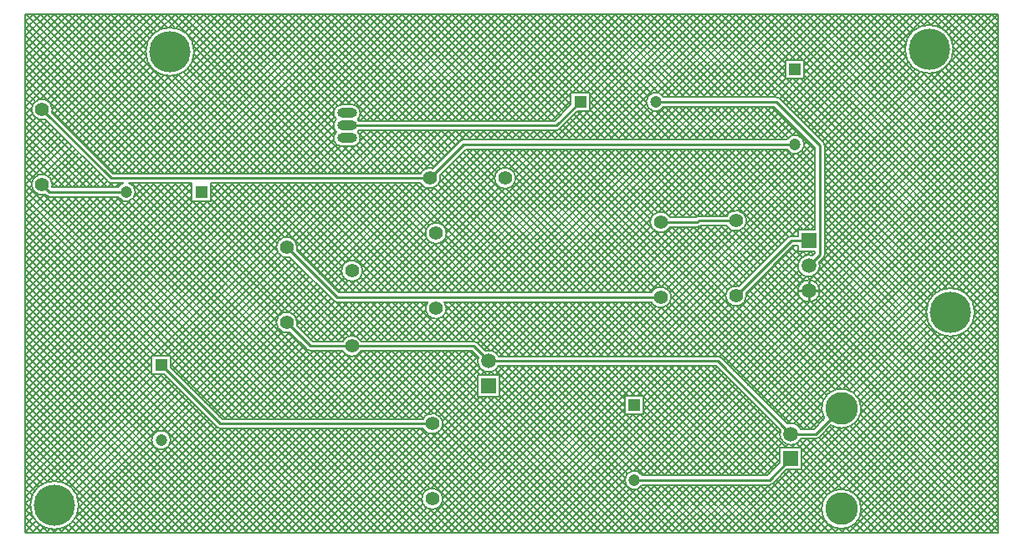
<source format=gbl>
G04*
G04 #@! TF.GenerationSoftware,Altium Limited,Altium Designer,20.0.9 (164)*
G04*
G04 Layer_Physical_Order=2*
G04 Layer_Color=16711680*
%FSLAX25Y25*%
%MOIN*%
G70*
G01*
G75*
%ADD13C,0.01000*%
%ADD28C,0.00800*%
%ADD29C,0.04724*%
%ADD30R,0.04724X0.04724*%
%ADD31C,0.05906*%
%ADD32R,0.05906X0.05906*%
%ADD33R,0.05906X0.05906*%
%ADD34C,0.12992*%
%ADD35O,0.07874X0.03937*%
%ADD36O,0.07874X0.03937*%
%ADD37C,0.05512*%
%ADD38C,0.16500*%
%ADD39R,0.04724X0.04724*%
D13*
X313500Y98500D02*
Y102453D01*
Y98500D02*
X317453D01*
X309547D02*
X313500D01*
Y94547D02*
Y98500D01*
X284500Y96500D02*
X306500Y118500D01*
X313500D01*
X11000Y138000D02*
X41500D01*
X8000Y141000D02*
X11000Y138000D01*
X115000Y76500D02*
X131500D01*
X105500Y86000D02*
X115000Y76500D01*
X131500D02*
X180000D01*
X186000Y70500D01*
X277342D01*
X306421Y41421D01*
X316264D01*
X326500Y51657D01*
X313500Y108500D02*
X318000Y113000D01*
Y156500D01*
X300500Y174000D02*
X318000Y156500D01*
X252500Y174000D02*
X300500D01*
X254500Y126000D02*
X269200D01*
X269700Y126500D01*
X284500D01*
X35500Y143500D02*
X162500D01*
X8000Y171000D02*
X35500Y143500D01*
X162500D02*
X176000Y157000D01*
X308000D01*
X244000Y23000D02*
X297842D01*
X306421Y31579D01*
X129500Y164500D02*
X213000D01*
X222500Y174000D01*
X55500Y69000D02*
X79000Y45500D01*
X163500D01*
X105500Y116000D02*
X125500Y96000D01*
X254500D01*
D28*
X371150Y195000D02*
G03*
X371150Y195000I-9650J0D01*
G01*
X319900Y156500D02*
G03*
X319343Y157843I-1900J0D01*
G01*
X319900Y156500D02*
G03*
X319341Y157846I-1900J0D01*
G01*
X306500Y120400D02*
G03*
X305156Y119843I0J-1900D01*
G01*
X306500Y120400D02*
G03*
X305154Y119841I0J-1900D01*
G01*
X319343Y111656D02*
G03*
X319900Y113000I-1343J1343D01*
G01*
X319341Y111654D02*
G03*
X319900Y113000I-1341J1346D01*
G01*
X314926Y112613D02*
G03*
X317853Y108500I-1426J-4113D01*
G01*
D02*
G03*
X317613Y109926I-4353J0D01*
G01*
X311762Y157000D02*
G03*
X304753Y158900I-3762J0D01*
G01*
Y155100D02*
G03*
X311762Y157000I3247J1900D01*
G01*
X301846Y175341D02*
G03*
X300500Y175900I-1346J-1341D01*
G01*
X301844Y175344D02*
G03*
X300500Y175900I-1343J-1343D01*
G01*
X255747D02*
G03*
X255747Y172100I-3247J-1900D01*
G01*
X288656Y126500D02*
G03*
X280804Y128400I-4156J0D01*
G01*
X269700D02*
G03*
X268415Y127900I0J-1900D01*
G01*
X269700Y128400D02*
G03*
X268415Y127900I0J-1900D01*
G01*
X280804Y124600D02*
G03*
X288656Y126500I3696J1900D01*
G01*
X269200Y124100D02*
G03*
X270484Y124600I0J1900D01*
G01*
X269200Y124100D02*
G03*
X270484Y124600I0J1900D01*
G01*
X258196Y127900D02*
G03*
X258196Y124100I-3696J-1900D01*
G01*
X213000Y162600D02*
G03*
X214346Y163159I0J1900D01*
G01*
X213000Y162600D02*
G03*
X214344Y163156I0J1900D01*
G01*
X196656Y143500D02*
G03*
X196656Y143500I-4156J0D01*
G01*
X317853Y98500D02*
G03*
X317853Y98500I-4353J0D01*
G01*
X379650Y90000D02*
G03*
X379650Y90000I-9650J0D01*
G01*
X322424Y44895D02*
G03*
X334396Y51657I4076J6763D01*
G01*
D02*
G03*
X319737Y47582I-7896J0D01*
G01*
X334396Y11500D02*
G03*
X334396Y11500I-7896J0D01*
G01*
X316264Y39521D02*
G03*
X317610Y40080I0J1900D01*
G01*
X316264Y39521D02*
G03*
X317607Y40078I0J1900D01*
G01*
X310337Y43321D02*
G03*
X304995Y45534I-3916J-1900D01*
G01*
X302309Y42847D02*
G03*
X310337Y39521I4113J-1426D01*
G01*
X288656Y96500D02*
G03*
X288457Y97770I-4156J0D01*
G01*
X285770Y100457D02*
G03*
X288656Y96500I-1270J-3957D01*
G01*
X258656Y96000D02*
G03*
X250804Y97900I-4156J0D01*
G01*
Y94100D02*
G03*
X258656Y96000I3696J1900D01*
G01*
X278689Y71841D02*
G03*
X277342Y72400I-1346J-1341D01*
G01*
X278686Y71843D02*
G03*
X277342Y72400I-1343J-1343D01*
G01*
X181887Y71926D02*
G03*
X189916Y68600I4113J-1426D01*
G01*
Y72400D02*
G03*
X184574Y74613I-3916J-1900D01*
G01*
X297842Y21100D02*
G03*
X299189Y21659I0J1900D01*
G01*
X297842Y21100D02*
G03*
X299186Y21656I0J1900D01*
G01*
X247247Y24900D02*
G03*
X247247Y21100I-3247J-1900D01*
G01*
X133726Y167000D02*
G03*
X134837Y169500I-2258J2500D01*
G01*
D02*
G03*
X131468Y172869I-3368J0D01*
G01*
X134250Y166400D02*
G03*
X133726Y167000I-2781J-1900D01*
G01*
Y162000D02*
G03*
X134250Y162600I-2258J2500D01*
G01*
X176000Y158900D02*
G03*
X174654Y158341I0J-1900D01*
G01*
X176000Y158900D02*
G03*
X174656Y158344I0J-1900D01*
G01*
X166656Y143500D02*
G03*
X166457Y144770I-4156J0D01*
G01*
X163770Y147457D02*
G03*
X158804Y145400I-1270J-3957D01*
G01*
Y141600D02*
G03*
X166656Y143500I3696J1900D01*
G01*
X169156Y121500D02*
G03*
X169156Y121500I-4156J0D01*
G01*
X131468Y156131D02*
G03*
X134837Y159500I0J3368D01*
G01*
D02*
G03*
X133726Y162000I-3368J0D01*
G01*
X135656Y106500D02*
G03*
X135656Y106500I-4156J0D01*
G01*
X68650Y194000D02*
G03*
X68650Y194000I-9650J0D01*
G01*
X12156Y171000D02*
G03*
X9270Y167043I-4156J0D01*
G01*
X127532Y172869D02*
G03*
X125274Y167000I0J-3368D01*
G01*
D02*
G03*
X125274Y162000I2258J-2500D01*
G01*
D02*
G03*
X127532Y156131I2258J-2500D01*
G01*
X34154Y142159D02*
G03*
X35500Y141600I1346J1341D01*
G01*
X40407D02*
G03*
X38253Y139900I1093J-3600D01*
G01*
X34157Y142157D02*
G03*
X35500Y141600I1343J1343D01*
G01*
X109457Y114730D02*
G03*
X109656Y116000I-3957J1270D01*
G01*
D02*
G03*
X106770Y112043I-4156J0D01*
G01*
X45262Y138000D02*
G03*
X42593Y141600I-3762J0D01*
G01*
X38253Y136100D02*
G03*
X45262Y138000I3247J1900D01*
G01*
X11957Y169730D02*
G03*
X12156Y171000I-3957J1270D01*
G01*
X12008Y139900D02*
G03*
X12156Y141000I-4008J1100D01*
G01*
D02*
G03*
X9270Y137043I-4156J0D01*
G01*
X9654Y136659D02*
G03*
X11000Y136100I1346J1341D01*
G01*
X9657Y136656D02*
G03*
X11000Y136100I1343J1343D01*
G01*
X169156Y91500D02*
G03*
X168242Y94100I-4156J0D01*
G01*
X161758D02*
G03*
X169156Y91500I3242J-2600D01*
G01*
X181346Y77841D02*
G03*
X180000Y78400I-1346J-1341D01*
G01*
X181343Y77843D02*
G03*
X180000Y78400I-1343J-1343D01*
G01*
X124154Y94659D02*
G03*
X125500Y94100I1346J1341D01*
G01*
X124156Y94656D02*
G03*
X125500Y94100I1343J1343D01*
G01*
X135196Y78400D02*
G03*
X127804Y78400I-3696J-1900D01*
G01*
X167656Y45500D02*
G03*
X159804Y47400I-4156J0D01*
G01*
Y43600D02*
G03*
X167656Y45500I3696J1900D01*
G01*
Y15500D02*
G03*
X167656Y15500I-4156J0D01*
G01*
X127804Y74600D02*
G03*
X135196Y74600I3696J1900D01*
G01*
X113654Y75159D02*
G03*
X115000Y74600I1346J1341D01*
G01*
X113656Y75156D02*
G03*
X115000Y74600I1343J1343D01*
G01*
X109656Y86000D02*
G03*
X106770Y82043I-4156J0D01*
G01*
X109457Y84730D02*
G03*
X109656Y86000I-3957J1270D01*
G01*
X77654Y44159D02*
G03*
X79000Y43600I1346J1341D01*
G01*
X77657Y44157D02*
G03*
X79000Y43600I1343J1343D01*
G01*
X59262Y39000D02*
G03*
X59262Y39000I-3762J0D01*
G01*
X22650Y13000D02*
G03*
X22650Y13000I-9650J0D01*
G01*
X382000Y209100D02*
X389100D01*
X370410Y198705D02*
X380806Y209100D01*
X371062Y193699D02*
X386463Y209100D01*
X371033Y196499D02*
X383634Y209100D01*
X369408Y200531D02*
X377977Y209100D01*
X368094Y202045D02*
X375149Y209100D01*
X366374D02*
X389100Y186374D01*
X383345Y209100D02*
X389100Y203345D01*
X386174Y209100D02*
X389100Y206173D01*
X377688Y209100D02*
X389100Y197688D01*
X380517Y209100D02*
X389100Y200517D01*
X372031Y209100D02*
X389100Y192031D01*
X374860Y209100D02*
X389100Y194860D01*
X369203Y209100D02*
X389100Y189203D01*
X352232Y209100D02*
X357535Y203798D01*
X349404Y209100D02*
X355752Y202752D01*
X346575Y209100D02*
X354277Y201399D01*
X343747Y209100D02*
X353099Y199748D01*
X340919Y209100D02*
X352254Y197764D01*
X338090Y209100D02*
X351856Y195334D01*
X335262Y209100D02*
X352312Y192050D01*
X364548Y204156D02*
X369492Y209100D01*
X362189Y204625D02*
X366664Y209100D01*
X366484Y203263D02*
X372321Y209100D01*
X360718D02*
X366668Y203149D01*
X357889Y209100D02*
X362379Y204610D01*
X355061Y209100D02*
X359683Y204478D01*
X359076Y204341D02*
X363835Y209100D01*
X369649Y200168D02*
X389100Y180718D01*
X363546Y209100D02*
X389100Y183546D01*
X370977Y193183D02*
X389100Y175061D01*
X371110Y195879D02*
X389100Y177889D01*
X323948Y209100D02*
X389100Y143948D01*
X332433Y209100D02*
X389100Y152433D01*
X319900Y125567D02*
X389100Y194767D01*
X369252Y189252D02*
X389100Y169404D01*
X370298Y191035D02*
X389100Y172232D01*
X366248Y186599D02*
X389100Y163747D01*
X367899Y187777D02*
X389100Y166576D01*
X361834Y185356D02*
X389100Y158090D01*
X364264Y185754D02*
X389100Y160919D01*
X358550Y185812D02*
X389100Y155262D01*
X329605Y209100D02*
X389100Y149605D01*
X321120Y209100D02*
X389100Y141120D01*
X326777Y209100D02*
X389100Y146776D01*
X319900Y128395D02*
X389100Y197595D01*
X319900Y131224D02*
X389100Y200424D01*
X319900Y119910D02*
X389100Y189110D01*
X319900Y145366D02*
X360001Y185467D01*
X319900Y148194D02*
X357795Y186090D01*
X319900Y142537D02*
X362801Y185438D01*
X319900Y151023D02*
X355969Y187092D01*
X319900Y153851D02*
X354455Y188406D01*
X319900Y117081D02*
X389100Y186282D01*
X311556Y190762D02*
X329894Y209100D01*
X308728Y190762D02*
X327066Y209100D01*
X311762Y185311D02*
X335551Y209100D01*
X311762Y188140D02*
X332722Y209100D01*
X305899Y190762D02*
X324237Y209100D01*
X288209Y175900D02*
X321409Y209100D01*
X303233Y173954D02*
X338379Y209100D01*
X304238Y190762D02*
X311762D01*
X292835Y209100D02*
X311173Y190762D01*
X311762Y183238D02*
Y190762D01*
X311173D02*
X311762Y190173D01*
X282552Y175900D02*
X315752Y209100D01*
X279724Y175900D02*
X312924Y209100D01*
X285380Y175900D02*
X318580Y209100D01*
X290007D02*
X308345Y190762D01*
X287178Y209100D02*
X305516Y190762D01*
X276895Y175900D02*
X310095Y209100D01*
X278693D02*
X304238Y183555D01*
X271238Y175900D02*
X304438Y209100D01*
X268410Y175900D02*
X301610Y209100D01*
X274067Y175900D02*
X307267Y209100D01*
X293866Y175900D02*
X304238Y186272D01*
Y183238D02*
Y190762D01*
X291037Y175900D02*
X304238Y189101D01*
X281522Y209100D02*
X304238Y186384D01*
X284350Y209100D02*
X304238Y189212D01*
X267379Y209100D02*
X300581Y175898D01*
X315463Y209100D02*
X389100Y135463D01*
X318291Y209100D02*
X389100Y138291D01*
X309806Y209100D02*
X389100Y129806D01*
X312634Y209100D02*
X389100Y132634D01*
X304149Y209100D02*
X389100Y124149D01*
X306978Y209100D02*
X389100Y126978D01*
X295664Y209100D02*
X389100Y115664D01*
X319900Y136881D02*
X389100Y206081D01*
X319900Y139709D02*
X389100Y208909D01*
X319900Y122738D02*
X389100Y191938D01*
X319900Y134052D02*
X389100Y203252D01*
X311762Y190173D02*
X389100Y112835D01*
X298492Y209100D02*
X389100Y118492D01*
X311762Y187345D02*
X389100Y110007D01*
X311719Y165469D02*
X355350Y209100D01*
X310304Y166883D02*
X352521Y209100D01*
X314547Y162640D02*
X361007Y209100D01*
X313133Y164054D02*
X358178Y209100D01*
X306062Y171125D02*
X344036Y209100D01*
X304647Y172540D02*
X341208Y209100D01*
X301321D02*
X389100Y121321D01*
X318790Y158397D02*
X352344Y191952D01*
X317375Y159812D02*
X351875Y194311D01*
X319892Y156672D02*
X353237Y190016D01*
X308890Y168297D02*
X349693Y209100D01*
X307476Y169711D02*
X346865Y209100D01*
X315961Y161226D02*
X352160Y197424D01*
X319900Y114253D02*
X389100Y183453D01*
X319900Y113000D02*
Y156500D01*
X310742Y154424D02*
X316100Y149066D01*
X311696Y156298D02*
X316100Y151894D01*
Y122853D02*
Y155713D01*
X311529Y122853D02*
X316100Y127424D01*
X309147Y122853D02*
X316100D01*
Y113787D02*
Y114147D01*
X314358Y122853D02*
X316100Y124595D01*
X306228Y120380D02*
X316100Y130252D01*
X308972Y153366D02*
X316100Y146237D01*
X309147Y114147D02*
X316100D01*
X311075Y159168D02*
X311860Y159953D01*
X309520Y160442D02*
X310446Y161367D01*
X311762Y157027D02*
X313274Y158539D01*
X309147Y120400D02*
Y122853D01*
X306823Y160573D02*
X309032Y162782D01*
X314249Y114147D02*
X315355Y113042D01*
X312784Y112793D02*
X314137Y114147D01*
X311420D02*
X312776Y112792D01*
X307287Y116600D02*
X309147D01*
X306500Y120400D02*
X309147D01*
Y114147D02*
Y116600D01*
X314113Y102809D02*
X389100Y177796D01*
X317778Y109303D02*
X389100Y180625D01*
X317398Y100437D02*
X389100Y172139D01*
X316113Y101981D02*
X389100Y174968D01*
X310212Y183238D02*
X389100Y104350D01*
X311762Y184516D02*
X389100Y107178D01*
X307384Y183238D02*
X389100Y101522D01*
X372772Y99243D02*
X389100Y115571D01*
X370345Y99644D02*
X389100Y118399D01*
X374755Y98397D02*
X389100Y112742D01*
X367065Y99193D02*
X389100Y121228D01*
X319900Y150923D02*
X371254Y99568D01*
X319900Y148094D02*
X368467Y99527D01*
X317828Y98039D02*
X389100Y169311D01*
X314926Y112613D02*
X316100Y113787D01*
X319900Y145266D02*
X366267Y98899D01*
X306713Y116026D02*
X310814Y111925D01*
X305299Y114612D02*
X309560Y110351D01*
X317613Y109926D02*
X319341Y111654D01*
X312893Y104190D02*
X314305Y102778D01*
X304238Y183238D02*
X311762D01*
X301819Y175368D02*
X309689Y183238D01*
X301846Y175341D02*
X319341Y157846D01*
X299713Y172100D02*
X316100Y155713D01*
X295894Y172100D02*
X307298Y160696D01*
X299522Y175900D02*
X306860Y183238D01*
X298723Y172100D02*
X316100Y154723D01*
X302322Y158900D02*
X307617Y164196D01*
X304409Y155100D02*
X316100Y143409D01*
X298752Y155100D02*
X316100Y137752D01*
X301580Y155100D02*
X316100Y140580D01*
X295924Y155100D02*
X316100Y134924D01*
X304238Y183555D02*
X304555Y183238D01*
X296694Y175900D02*
X304238Y183444D01*
X293066Y172100D02*
X305424Y159742D01*
X255747Y175900D02*
X300500D01*
X290237Y172100D02*
X303437Y158900D01*
X296665D02*
X304789Y167024D01*
X293836Y158900D02*
X303375Y168438D01*
X299493Y158900D02*
X306203Y165610D01*
X287409Y172100D02*
X300609Y158900D01*
X288179D02*
X300546Y171267D01*
X291008Y158900D02*
X301960Y169853D01*
X290267Y155100D02*
X316100Y129267D01*
X293095Y155100D02*
X316100Y132095D01*
X304555Y183238D02*
X389100Y98693D01*
X288380Y127988D02*
X316100Y155708D01*
X287438Y155100D02*
X316100Y126438D01*
X287212Y129649D02*
X314688Y157125D01*
X284610Y155100D02*
X316100Y123610D01*
X288460Y125240D02*
X316100Y152880D01*
X302470Y111784D02*
X311763Y102491D01*
X301056Y110369D02*
X310148Y101277D01*
X299642Y108955D02*
X309234Y99363D01*
X281781Y155100D02*
X314029Y122853D01*
X278953Y155100D02*
X311200Y122853D01*
X283570Y100550D02*
X316100Y133080D01*
X277478Y128400D02*
X304178Y155100D01*
X274650Y128400D02*
X301350Y155100D01*
X276125D02*
X309147Y122077D01*
X273296Y155100D02*
X307996Y120400D01*
X270468Y155100D02*
X305471Y120097D01*
X267639Y155100D02*
X304026Y118713D01*
X261982Y155100D02*
X301198Y115885D01*
X303885Y113198D02*
X309190Y107893D01*
X288574Y125680D02*
X299783Y114471D01*
X285770Y100457D02*
X305154Y119841D01*
X285311Y130576D02*
X307973Y153238D01*
X280307Y128400D02*
X305832Y153925D01*
X264811Y155100D02*
X302612Y117299D01*
X262753Y175900D02*
X295953Y209100D01*
X261723D02*
X294923Y175900D01*
X265581D02*
X298781Y209100D01*
X264551D02*
X297751Y175900D01*
X257096D02*
X290296Y209100D01*
X255093Y176726D02*
X287468Y209100D01*
X259925Y175900D02*
X293125Y209100D01*
X278924Y172100D02*
X292124Y158900D01*
X258894Y209100D02*
X292094Y175900D01*
X281752Y172100D02*
X294952Y158900D01*
X279694D02*
X292894Y172100D01*
X256066Y209100D02*
X289266Y175900D01*
X253237Y209100D02*
X286437Y175900D01*
X255747Y172100D02*
X299713D01*
X253230Y177691D02*
X284639Y209100D01*
X250409D02*
X283609Y175900D01*
X247580Y209100D02*
X280780Y175900D01*
X244752Y209100D02*
X277952Y175900D01*
X233438Y209100D02*
X266638Y175900D01*
X230610Y209100D02*
X263810Y175900D01*
X241924Y209100D02*
X275124Y175900D01*
X265552Y158900D02*
X278752Y172100D01*
X264781D02*
X277981Y158900D01*
X268380D02*
X281580Y172100D01*
X267610D02*
X280810Y158900D01*
X239095Y209100D02*
X272295Y175900D01*
X236267Y209100D02*
X269467Y175900D01*
X276866Y158900D02*
X290066Y172100D01*
X276095D02*
X289295Y158900D01*
X284580Y172100D02*
X297780Y158900D01*
X282523D02*
X295723Y172100D01*
X231611Y158900D02*
X281811Y209100D01*
X228782Y158900D02*
X278982Y209100D01*
X274037Y158900D02*
X287237Y172100D01*
X271209Y158900D02*
X284409Y172100D01*
X270438D02*
X283638Y158900D01*
X285351D02*
X298551Y172100D01*
X273267D02*
X286467Y158900D01*
X261953Y172100D02*
X275153Y158900D01*
X259895D02*
X273095Y172100D01*
X262723Y158900D02*
X275923Y172100D01*
X256296D02*
X269496Y158900D01*
X254238D02*
X267438Y172100D01*
X259125D02*
X272325Y158900D01*
X257067D02*
X270267Y172100D01*
X242924Y158900D02*
X256124Y172100D01*
X234439Y158900D02*
X248809Y173270D01*
X251410Y158900D02*
X264610Y172100D01*
X252502Y170238D02*
X263839Y158900D01*
X248581D02*
X261781Y172100D01*
X254653Y170915D02*
X266668Y158900D01*
X240096D02*
X251555Y170359D01*
X237268Y158900D02*
X249774Y171407D01*
X245753Y158900D02*
X258953Y172100D01*
X222189Y177762D02*
X253526Y209100D01*
X219360Y177762D02*
X250698Y209100D01*
X219296D02*
X250962Y177434D01*
X216468Y209100D02*
X249415Y176153D01*
X213639Y209100D02*
X248738Y174002D01*
X193856Y166400D02*
X236556Y209100D01*
X191027Y166400D02*
X233727Y209100D01*
X227781D02*
X260981Y175900D01*
X226262Y176179D02*
X259183Y209100D01*
X226262Y170522D02*
X264840Y209100D01*
X226262Y173351D02*
X262012Y209100D01*
X225017Y177762D02*
X256355Y209100D01*
X222125D02*
X253639Y177586D01*
X224953Y209100D02*
X258153Y175900D01*
X193840Y209100D02*
X225178Y177762D01*
X191012Y209100D02*
X222350Y177762D01*
X185371Y166400D02*
X228071Y209100D01*
X188183D02*
X219521Y177762D01*
X185355Y209100D02*
X218738Y175717D01*
X182527Y209100D02*
X218720Y172907D01*
X182542Y166400D02*
X225242Y209100D01*
X225978Y170238D02*
X226262Y170522D01*
X221425Y170238D02*
X226262D01*
Y177762D01*
X218738D02*
X226262D01*
X218738Y177140D02*
X219360Y177762D01*
X218738Y172925D02*
Y177762D01*
X220297Y158900D02*
X270497Y209100D01*
X217469Y158900D02*
X267669Y209100D01*
X225954Y158900D02*
X276154Y209100D01*
X223126Y158900D02*
X273325Y209100D01*
X207982D02*
X258182Y158900D01*
X205154Y209100D02*
X255354Y158900D01*
X210811Y209100D02*
X261011Y158900D01*
X205170Y166400D02*
X247870Y209100D01*
X202341Y166400D02*
X245041Y209100D01*
X202326D02*
X252526Y158900D01*
X226262Y176678D02*
X244040Y158900D01*
X199497Y209100D02*
X249697Y158900D01*
X199513Y166400D02*
X242213Y209100D01*
X196669D02*
X246869Y158900D01*
X212213Y166400D02*
X218738Y172925D01*
X210826Y166400D02*
X218738Y174311D01*
X226262Y173850D02*
X241212Y158900D01*
X226262Y171021D02*
X238383Y158900D01*
X196684Y166400D02*
X239384Y209100D01*
X188199Y166400D02*
X230899Y209100D01*
X207998Y166400D02*
X218738Y177140D01*
X221407Y170220D02*
X232727Y158900D01*
X219993Y168806D02*
X229899Y158900D01*
X224217Y170238D02*
X235555Y158900D01*
X214640D02*
X225978Y170238D01*
X214346Y163159D02*
X221425Y170238D01*
X211812Y158900D02*
X223149Y170238D01*
X271821Y128400D02*
X298521Y155100D01*
X268722Y128129D02*
X295693Y155100D01*
X265665Y127900D02*
X292865Y155100D01*
X262836Y127900D02*
X290036Y155100D01*
X257802Y128523D02*
X284379Y155100D01*
X259154D02*
X283680Y130574D01*
X260008Y127900D02*
X287208Y155100D01*
X256326D02*
X281782Y129644D01*
X256230Y129779D02*
X281551Y155100D01*
X269700Y128400D02*
X280804D01*
X253497Y155100D02*
X280197Y128400D01*
X253701Y130078D02*
X278723Y155100D01*
X250669D02*
X277369Y128400D01*
X247840Y155100D02*
X274540Y128400D01*
X245012Y155100D02*
X271712Y128400D01*
X242183Y155100D02*
X269012Y128271D01*
X239355Y155100D02*
X266555Y127900D01*
X228042Y155100D02*
X253196Y129946D01*
X225213Y155100D02*
X251469Y128844D01*
X236526Y155100D02*
X263726Y127900D01*
X258196D02*
X268415D01*
X233699Y155100D02*
X260898Y127900D01*
X230870Y155100D02*
X256160Y129810D01*
X222385Y155100D02*
X250470Y127015D01*
X278340Y124600D02*
X294127Y108814D01*
X275512Y124600D02*
X292712Y107399D01*
X272683Y124600D02*
X291298Y105985D01*
X270118Y124337D02*
X289884Y104571D01*
X261870Y124100D02*
X285417Y100554D01*
X259042Y124100D02*
X282834Y100308D01*
X287644Y123782D02*
X298369Y113056D01*
X285980Y122617D02*
X296955Y111642D01*
X283224Y122545D02*
X295541Y110228D01*
X267527Y124100D02*
X288470Y103157D01*
X264699Y124100D02*
X287056Y101743D01*
X256933Y99369D02*
X281351Y123788D01*
X257344Y122969D02*
X281238Y99075D01*
X270484Y124600D02*
X280804D01*
X254874Y100139D02*
X279335Y124600D01*
X246978Y97900D02*
X273678Y124600D01*
X244150Y97900D02*
X270850Y124600D01*
X258196Y124100D02*
X269200D01*
X241321Y97900D02*
X267522Y124100D01*
X235665Y97900D02*
X261865Y124100D01*
X230008Y97900D02*
X253984Y121876D01*
X224351Y97900D02*
X250721Y124270D01*
X232836Y97900D02*
X259036Y124100D01*
X215750Y164563D02*
X221413Y158900D01*
X214336Y163149D02*
X218585Y158900D01*
X218579Y167392D02*
X227070Y158900D01*
X217164Y165977D02*
X224242Y158900D01*
X203571Y162600D02*
X207271Y158900D01*
X208983D02*
X212683Y162600D01*
X206399D02*
X210100Y158900D01*
X212056Y162600D02*
X215756Y158900D01*
X209228Y162600D02*
X212928Y158900D01*
X203327D02*
X207027Y162600D01*
X200743D02*
X204443Y158900D01*
X206155D02*
X209855Y162600D01*
X189184Y158900D02*
X192884Y162600D01*
X186600D02*
X190301Y158900D01*
X192013D02*
X195713Y162600D01*
X189429D02*
X193129Y158900D01*
X183772Y162600D02*
X187472Y158900D01*
X183527D02*
X187227Y162600D01*
X186356Y158900D02*
X190056Y162600D01*
X197914D02*
X201614Y158900D01*
X197670D02*
X201370Y162600D01*
X200498Y158900D02*
X204198Y162600D01*
X194841Y158900D02*
X198541Y162600D01*
X192257D02*
X195957Y158900D01*
X195086Y162600D02*
X198786Y158900D01*
X213037Y97900D02*
X270237Y155100D01*
X210209Y97900D02*
X267409Y155100D01*
X218694Y97900D02*
X275894Y155100D01*
X215866Y97900D02*
X273066Y155100D01*
X204552Y97900D02*
X261752Y155100D01*
X201724Y97900D02*
X258924Y155100D01*
X207380Y97900D02*
X264580Y155100D01*
X199757D02*
X254707Y100151D01*
X219556Y155100D02*
X251264Y123392D01*
X196929Y155100D02*
X252427Y99602D01*
X221522Y97900D02*
X250422Y126799D01*
X196067Y97900D02*
X253267Y155100D01*
X194100D02*
X250984Y98216D01*
X193238Y97900D02*
X250438Y155100D01*
X195930Y145847D02*
X205183Y155100D01*
X194434Y147179D02*
X202355Y155100D01*
X191272D02*
X248472Y97900D01*
X196649Y143737D02*
X208012Y155100D01*
X185615D02*
X193103Y147612D01*
X182787Y155100D02*
X190660Y147227D01*
X184753Y97900D02*
X241953Y155100D01*
X196227Y141660D02*
X239987Y97900D01*
X194930Y140129D02*
X237158Y97900D01*
X196612Y144103D02*
X242815Y97900D01*
X192059Y147632D02*
X199527Y155100D01*
X192869Y139360D02*
X234330Y97900D01*
X377756Y95741D02*
X389100Y107085D01*
X376405Y97218D02*
X389100Y109914D01*
X379479Y91808D02*
X389100Y101429D01*
X378801Y93958D02*
X389100Y104257D01*
X319900Y153751D02*
X389100Y84551D01*
X319898Y156581D02*
X389100Y87379D01*
X324278Y59234D02*
X389100Y124056D01*
X378131Y84802D02*
X389100Y95772D01*
X379609Y89109D02*
X389100Y98600D01*
X379527Y88467D02*
X389100Y78894D01*
X379568Y91255D02*
X389100Y81723D01*
X374959Y81722D02*
X389100Y67580D01*
X376574Y82935D02*
X389100Y70409D01*
X373018Y80834D02*
X389100Y64752D01*
X319900Y142437D02*
X364446Y97891D01*
X319900Y139609D02*
X362935Y96574D01*
X319900Y136780D02*
X361722Y94959D01*
X319900Y133952D02*
X360834Y93018D01*
X319900Y131124D02*
X360372Y90652D01*
X319900Y128295D02*
X360674Y87521D01*
X378899Y86267D02*
X389100Y76066D01*
X377891Y84446D02*
X389100Y73237D01*
X331388Y57859D02*
X360757Y87227D01*
X327377Y59505D02*
X360807Y92935D01*
X329614Y58913D02*
X360356Y89655D01*
X319900Y122638D02*
X389100Y53438D01*
X319900Y125467D02*
X389100Y56267D01*
X307774Y45558D02*
X389100Y126884D01*
X319900Y119810D02*
X389100Y50610D01*
X303544Y46985D02*
X389100Y132541D01*
X302130Y48400D02*
X389100Y135370D01*
X304958Y45571D02*
X389100Y129713D01*
X319900Y114153D02*
X389100Y44953D01*
X319900Y116981D02*
X389100Y47781D01*
X323407Y18765D02*
X389100Y84458D01*
X326858Y19388D02*
X389100Y81630D01*
X318042Y110355D02*
X389100Y39296D01*
X319451Y111774D02*
X389100Y42125D01*
X317792Y107776D02*
X389100Y36468D01*
X317778Y99305D02*
X389100Y27982D01*
X316925Y105814D02*
X389100Y33639D01*
Y1900D02*
Y209100D01*
X317491Y96763D02*
X389100Y25154D01*
X316277Y95148D02*
X389100Y22326D01*
X315351Y104560D02*
X389100Y30811D01*
X314363Y94234D02*
X389100Y19497D01*
X334366Y52351D02*
X364259Y82244D01*
X333816Y54629D02*
X362782Y83596D01*
X333984Y49141D02*
X366042Y81199D01*
X303714Y1900D02*
X389100Y87286D01*
X332789Y56432D02*
X361603Y85245D01*
X300885Y1900D02*
X389100Y90115D01*
X287988Y62542D02*
X389100Y163654D01*
X286574Y63956D02*
X389100Y166482D01*
X290816Y59713D02*
X389100Y157997D01*
X289402Y61128D02*
X389100Y160826D01*
X273036Y209100D02*
X389100Y93036D01*
X275865Y209100D02*
X389100Y95865D01*
X270208Y209100D02*
X389100Y90208D01*
X249763Y72400D02*
X316100Y138737D01*
X252591Y72400D02*
X316100Y135909D01*
X288554Y97417D02*
X326417Y59553D01*
X288307Y94834D02*
X323996Y59146D01*
X241277Y72400D02*
X316100Y147223D01*
X238449Y72400D02*
X316100Y150051D01*
X244106Y72400D02*
X316100Y144394D01*
X288611Y97107D02*
X308105Y116600D01*
X288457Y97770D02*
X307287Y116600D01*
X275219Y72400D02*
X309531Y106713D01*
X272390Y72400D02*
X309207Y109216D01*
X246934Y72400D02*
X316100Y141566D01*
X266733Y72400D02*
X309147Y114814D01*
X269562Y72400D02*
X311309Y114147D01*
X283745Y66784D02*
X311563Y94602D01*
X282331Y68199D02*
X310019Y95887D01*
X285159Y65370D02*
X313961Y94172D01*
X279502Y71027D02*
X312697Y104222D01*
X277948Y72301D02*
X310763Y105116D01*
X280917Y69613D02*
X309191Y97887D01*
X297887Y52642D02*
X389100Y143855D01*
X296473Y54056D02*
X389100Y146683D01*
X300716Y49814D02*
X389100Y138198D01*
X299301Y51228D02*
X389100Y141027D01*
X293644Y56885D02*
X389100Y152340D01*
X292230Y58299D02*
X389100Y155169D01*
X295059Y55471D02*
X389100Y149512D01*
X296814Y106127D02*
X389100Y13840D01*
X298228Y107541D02*
X389100Y16669D01*
X298057Y1900D02*
X389100Y92943D01*
X295399Y104712D02*
X389100Y11012D01*
X292571Y101884D02*
X389100Y5355D01*
X293985Y103298D02*
X389100Y8183D01*
X291157Y100470D02*
X389100Y2527D01*
X251892Y122764D02*
X319448Y55209D01*
X216728Y155100D02*
X318735Y53092D01*
X211071Y155100D02*
X319163Y47008D01*
X213899Y155100D02*
X318726Y50273D01*
X208243Y155100D02*
X317749Y45594D01*
X205414Y155100D02*
X316335Y44179D01*
X202586Y155100D02*
X314365Y43321D01*
X289743Y99056D02*
X330128Y58671D01*
X287075Y93238D02*
X322100Y58214D01*
X295228Y1900D02*
X375198Y81869D01*
X285098Y92387D02*
X320590Y56894D01*
X258102Y93927D02*
X306258Y45771D01*
X258651Y96207D02*
X311536Y43321D01*
X367521Y80674D02*
X389100Y59095D01*
X370652Y80372D02*
X389100Y61924D01*
X334306Y12693D02*
X389100Y67487D01*
X333645Y14861D02*
X389100Y70316D01*
X331068Y17941D02*
X389100Y75973D01*
X329214Y18915D02*
X389100Y78801D01*
X332541Y16585D02*
X389100Y73144D01*
X354625Y1900D02*
X389100Y36375D01*
X351797Y1900D02*
X389100Y39203D01*
X388566Y1900D02*
X389100Y2434D01*
X385738Y1900D02*
X389100Y5262D01*
X337655Y1900D02*
X389100Y53345D01*
X334202Y9761D02*
X389100Y64659D01*
X348969Y1900D02*
X389100Y42031D01*
X343312Y1900D02*
X389100Y47688D01*
X340483Y1900D02*
X389100Y50517D01*
X360282Y1900D02*
X389100Y30718D01*
X346140Y1900D02*
X389100Y44860D01*
X334826Y1900D02*
X389100Y56174D01*
X380081Y1900D02*
X389100Y10919D01*
X377253Y1900D02*
X389100Y13747D01*
X382910Y1900D02*
X389100Y8090D01*
X363111Y1900D02*
X389100Y27889D01*
X374424Y1900D02*
X389100Y16576D01*
X333513Y55285D02*
X386898Y1900D01*
X333056Y47257D02*
X378413Y1900D01*
X334396Y51574D02*
X384070Y1900D01*
X333988Y49153D02*
X381242Y1900D01*
X329170D02*
X389100Y61831D01*
X331737Y45748D02*
X375585Y1900D01*
X331998D02*
X389100Y59002D01*
X365939Y1900D02*
X389100Y25061D01*
X357454Y1900D02*
X389100Y33546D01*
X371596Y1900D02*
X389100Y19404D01*
X368767Y1900D02*
X389100Y22232D01*
X327935Y43893D02*
X369928Y1900D01*
X325116Y43884D02*
X367099Y1900D01*
X330051Y44605D02*
X372756Y1900D01*
X333273Y7442D02*
X338815Y1900D01*
X332027Y5860D02*
X335987Y1900D01*
X334381Y11991D02*
X344472Y1900D01*
X334119Y9425D02*
X341644Y1900D01*
X320436Y42906D02*
X361443Y1900D01*
X319022Y41492D02*
X358614Y1900D01*
X321850Y44321D02*
X364271Y1900D01*
X328395Y3835D02*
X330330Y1900D01*
X326341D02*
X328239Y3798D01*
X330415Y4643D02*
X333158Y1900D01*
X323513D02*
X325307Y3695D01*
X320684Y1900D02*
X323139Y4355D01*
X325763Y3638D02*
X327502Y1900D01*
X314022Y43321D02*
X319244Y48543D01*
X311194Y43321D02*
X318653Y50780D01*
X317610Y40080D02*
X322424Y44895D01*
X315477Y43321D02*
X319737Y47582D01*
X310774Y31588D02*
X323528Y44342D01*
X309521Y44477D02*
X318923Y53879D01*
X310774Y28759D02*
X325806Y43792D01*
X310774Y32770D02*
X324425Y19119D01*
X310774Y34416D02*
X315879Y39521D01*
X310337D02*
X316264D01*
X310337Y43321D02*
X315477D01*
X310774Y35598D02*
X326991Y19381D01*
X306632Y35932D02*
X308110Y37410D01*
X309461Y35932D02*
X313051Y39521D01*
X308675Y37697D02*
X310440Y35932D01*
X278689Y71841D02*
X304995Y45534D01*
X272115Y68600D02*
X304784Y35932D01*
X310440D02*
X310774Y35598D01*
X306475Y37069D02*
X307612Y35932D01*
X310774Y27226D02*
Y35932D01*
X302068D02*
X310774D01*
X303804D02*
X305135Y37263D01*
X304755Y27226D02*
X310774D01*
X312508Y39521D02*
X350129Y1900D01*
X310102Y39098D02*
X347301Y1900D01*
X317608Y40078D02*
X355786Y1900D01*
X315336Y39521D02*
X352957Y1900D01*
X289571D02*
X368192Y80521D01*
X286743Y1900D02*
X329016Y44173D01*
X292400Y1900D02*
X370891Y80391D01*
X310774Y29941D02*
X322442Y18273D01*
X310661Y27226D02*
X320860Y17027D01*
X317856Y1900D02*
X321415Y5459D01*
X315027Y1900D02*
X320059Y6932D01*
X302051Y24522D02*
X324673Y1900D01*
X307832Y27226D02*
X319643Y15415D01*
X300637Y23108D02*
X321845Y1900D01*
X305004Y27226D02*
X318835Y13395D01*
X303466Y25936D02*
X318638Y10763D01*
X299223Y21693D02*
X319016Y1900D01*
X296988Y21100D02*
X316188Y1900D01*
X283915D02*
X309241Y27226D01*
X281086Y1900D02*
X306412Y27226D01*
X288503Y21100D02*
X307702Y1900D01*
X306542D02*
X319235Y14593D01*
X309370Y1900D02*
X318612Y11142D01*
X312199Y1900D02*
X319085Y8786D01*
X291331Y21100D02*
X310531Y1900D01*
X285674Y21100D02*
X304874Y1900D01*
X294159Y21100D02*
X313359Y1900D01*
X258228Y97836D02*
X283012Y122620D01*
X258611Y95390D02*
X285760Y122540D01*
X255515Y121970D02*
X280387Y97097D01*
X249807Y97900D02*
X276507Y124600D01*
X255419Y72400D02*
X280450Y97430D01*
X258248Y72400D02*
X280689Y94841D01*
X256716Y92484D02*
X276800Y72400D01*
X263905D02*
X283893Y92389D01*
X261076Y72400D02*
X281919Y93243D01*
X249444Y94100D02*
X271144Y72400D01*
X246615Y94100D02*
X268315Y72400D01*
X254528Y91844D02*
X273972Y72400D01*
X238493Y97900D02*
X264693Y124100D01*
X243787Y94100D02*
X265487Y72400D01*
X232473Y94100D02*
X254173Y72400D01*
X227179Y97900D02*
X251977Y122698D01*
X221478Y72400D02*
X243178Y94100D01*
X229645D02*
X251345Y72400D01*
X229964D02*
X251131Y93567D01*
X232792Y72400D02*
X252664Y92272D01*
X226816Y94100D02*
X248516Y72400D01*
X223988Y94100D02*
X245688Y72400D01*
X227135D02*
X248835Y94100D01*
X252316Y68600D02*
X296016Y24900D01*
X249488Y68600D02*
X293188Y24900D01*
X246659Y68600D02*
X290359Y24900D01*
X241002Y68600D02*
X284702Y24900D01*
X238174Y68600D02*
X281874Y24900D01*
X243831Y68600D02*
X287531Y24900D01*
X276555Y68600D02*
X302309Y42847D01*
X269287Y68600D02*
X302068Y35818D01*
X263630Y68600D02*
X302068Y30161D01*
X266458Y68600D02*
X302068Y32990D01*
X260802Y68600D02*
X300779Y28623D01*
X257973Y68600D02*
X299364Y27209D01*
X255145Y68600D02*
X297950Y25795D01*
X240958Y94100D02*
X262658Y72400D01*
X238130Y94100D02*
X259830Y72400D01*
X247762Y50600D02*
X265762Y68600D01*
X235301Y94100D02*
X257001Y72400D01*
X224307D02*
X246007Y94100D01*
X235620Y72400D02*
X255110Y91889D01*
X247762Y56257D02*
X260105Y68600D01*
X245439Y56762D02*
X257276Y68600D01*
X247762Y53429D02*
X262933Y68600D01*
X232517D02*
X244355Y56762D01*
X229689Y68600D02*
X241527Y56762D01*
X235346Y68600D02*
X247183Y56762D01*
X198895Y97900D02*
X256095Y155100D01*
X190410Y97900D02*
X247610Y155100D01*
X221159Y94100D02*
X242859Y72400D01*
X218650D02*
X240350Y94100D01*
X187581Y97900D02*
X244781Y155100D01*
X181924Y97900D02*
X239124Y155100D01*
X188444D02*
X245644Y97900D01*
X215503Y94100D02*
X237203Y72400D01*
X212993D02*
X234693Y94100D01*
X218331D02*
X240031Y72400D01*
X215822D02*
X237522Y94100D01*
X210165Y72400D02*
X231865Y94100D01*
X209846D02*
X231546Y72400D01*
X212674Y94100D02*
X234374Y72400D01*
X196022D02*
X217723Y94100D01*
X188891Y73754D02*
X209237Y94100D01*
X198851Y72400D02*
X220551Y94100D01*
X198532D02*
X220232Y72400D01*
X184334Y74853D02*
X203580Y94100D01*
X182920Y76267D02*
X200752Y94100D01*
X187036Y74728D02*
X206409Y94100D01*
X207017D02*
X228717Y72400D01*
X204508D02*
X226208Y94100D01*
X207336Y72400D02*
X229036Y94100D01*
X201679Y72400D02*
X223379Y94100D01*
X201360D02*
X223060Y72400D01*
X204189Y94100D02*
X225889Y72400D01*
X207547Y1900D02*
X274247Y68600D01*
X218375D02*
X262075Y24900D01*
X204718Y1900D02*
X271418Y68600D01*
X201890Y1900D02*
X268590Y68600D01*
X189916Y72400D02*
X277342D01*
X189916Y68600D02*
X276555D01*
X192919D02*
X259619Y1900D01*
X204233Y68600D02*
X247933Y24900D01*
X201405Y68600D02*
X243307Y26698D01*
X215547Y68600D02*
X259247Y24900D01*
X212718Y68600D02*
X256418Y24900D01*
X190091Y68600D02*
X256791Y1900D01*
X198576Y68600D02*
X241429Y25747D01*
X182091Y1900D02*
X248791Y68600D01*
X192875Y94100D02*
X214575Y72400D01*
X190366D02*
X212066Y94100D01*
X195703D02*
X217404Y72400D01*
X193194D02*
X214894Y94100D01*
X187218D02*
X208918Y72400D01*
X184390Y94100D02*
X206090Y72400D01*
X190047Y94100D02*
X211747Y72400D01*
X190353Y61073D02*
X197879Y68600D01*
X190353Y63902D02*
X195051Y68600D01*
X190353Y58245D02*
X200708Y68600D01*
X188475Y64853D02*
X192222Y68600D01*
X281459Y24900D02*
X300857Y44298D01*
X278630Y24900D02*
X299443Y45713D01*
X287116Y24900D02*
X302284Y40068D01*
X284287Y24900D02*
X302271Y42884D01*
X274944Y68600D02*
X302069Y41475D01*
X275802Y24900D02*
X298029Y47127D01*
X272973Y24900D02*
X296614Y48541D01*
X297055Y24900D02*
X302068Y29913D01*
Y35932D01*
X299189Y21659D02*
X304755Y27226D01*
X295601Y24900D02*
X302068Y31368D01*
X289944Y24900D02*
X303365Y38321D01*
X247247Y24900D02*
X297055D01*
X292772D02*
X302068Y34196D01*
X253174Y24900D02*
X286715Y58441D01*
X250346Y24900D02*
X285301Y59855D01*
X258831Y24900D02*
X289543Y55612D01*
X256003Y24900D02*
X288129Y57026D01*
X247762Y56183D02*
X279046Y24900D01*
X247762Y49238D02*
Y56762D01*
X247517Y24900D02*
X283887Y61269D01*
X267317Y24900D02*
X293786Y51369D01*
X264488Y24900D02*
X292372Y52784D01*
X270145Y24900D02*
X295200Y49955D01*
X247762Y53355D02*
X276217Y24900D01*
X247762Y50526D02*
X273389Y24900D01*
X261660D02*
X290957Y54198D01*
X282846Y21100D02*
X302046Y1900D01*
X280017Y21100D02*
X299217Y1900D01*
X247247Y21100D02*
X297842D01*
X277189D02*
X296389Y1900D01*
X278258D02*
X297458Y21100D01*
X272601Y1900D02*
X291801Y21100D01*
X271532D02*
X290732Y1900D01*
X275429D02*
X294629Y21100D01*
X274360D02*
X293560Y1900D01*
X268704Y21100D02*
X287903Y1900D01*
X266944D02*
X286144Y21100D01*
X269772Y1900D02*
X288972Y21100D01*
X254561D02*
X273761Y1900D01*
X252802D02*
X272002Y21100D01*
X257390D02*
X276590Y1900D01*
X255630D02*
X274830Y21100D01*
X249973Y1900D02*
X269173Y21100D01*
X248904D02*
X268105Y1900D01*
X251733Y21100D02*
X270933Y1900D01*
X264116D02*
X283316Y21100D01*
X263047D02*
X282247Y1900D01*
X265875Y21100D02*
X285075Y1900D01*
X260218Y21100D02*
X279418Y1900D01*
X258459D02*
X277659Y21100D01*
X261287Y1900D02*
X280487Y21100D01*
X242610Y56762D02*
X254448Y68600D01*
X247183Y56762D02*
X247762Y56183D01*
X245985Y26196D02*
X282472Y62683D01*
X243712Y26751D02*
X281058Y64097D01*
X209890Y68600D02*
X253590Y24900D01*
X240238Y56762D02*
X247762D01*
X207061Y68600D02*
X250761Y24900D01*
X240566Y49238D02*
X264903Y24900D01*
X240238Y49566D02*
X240566Y49238D01*
X246222D02*
X270560Y24900D01*
X243394Y49238D02*
X267732Y24900D01*
X240238Y49238D02*
X247762D01*
X235831Y1900D02*
X255031Y21100D01*
X224032Y68600D02*
X240238Y52394D01*
X226860Y68600D02*
X240238Y55222D01*
X195748Y68600D02*
X240368Y23980D01*
X221203Y68600D02*
X240238Y49566D01*
X185647Y64853D02*
X187076Y66282D01*
X182818Y64853D02*
X184413Y66447D01*
X186811Y66223D02*
X188181Y64853D01*
X240238Y49238D02*
Y56762D01*
X190353Y56147D02*
Y64853D01*
X185573Y56147D02*
X239820Y1900D01*
X181647Y56147D02*
X190353D01*
X181647Y64853D02*
X190353D01*
X181647Y56147D02*
Y64853D01*
X213204Y1900D02*
X278230Y66926D01*
X210375Y1900D02*
X276815Y68340D01*
X216032Y1900D02*
X279644Y65512D01*
X244317Y1900D02*
X263517Y21100D01*
X188742Y67120D02*
X253962Y1900D01*
X184920D02*
X251620Y68600D01*
X190353Y62681D02*
X251134Y1900D01*
X244980Y19368D02*
X262448Y1900D01*
X241488D02*
X260688Y21100D01*
X247145Y1900D02*
X266345Y21100D01*
X246747Y20429D02*
X265276Y1900D01*
X233003D02*
X252203Y21100D01*
X230174Y1900D02*
X249374Y21100D01*
X238660Y1900D02*
X257860Y21100D01*
X190353Y59853D02*
X248306Y1900D01*
X190353Y57024D02*
X245477Y1900D01*
X196233D02*
X243571Y49238D01*
X190576Y1900D02*
X240238Y51561D01*
X187748Y1900D02*
X240238Y54390D01*
X182745Y56147D02*
X236992Y1900D01*
X188401Y56147D02*
X242649Y1900D01*
X224517D02*
X242274Y19657D01*
X221689Y1900D02*
X240804Y21015D01*
X227346Y1900D02*
X244762Y19316D01*
X199062Y1900D02*
X246399Y49238D01*
X193405Y1900D02*
X240743Y49238D01*
X218861Y1900D02*
X240249Y23288D01*
X171213Y209100D02*
X213063Y167250D01*
X168400Y166400D02*
X211100Y209100D01*
X168385D02*
X211085Y166400D01*
X165572D02*
X208272Y209100D01*
X165556D02*
X208256Y166400D01*
X162743D02*
X205443Y209100D01*
X165572Y166400D02*
X208272Y209100D01*
X179699D02*
X217306Y171493D01*
X176870Y209100D02*
X215892Y170079D01*
X179714Y166400D02*
X222414Y209100D01*
X176885Y166400D02*
X219585Y209100D01*
X174057Y166400D02*
X216757Y209100D01*
X174042D02*
X214477Y168664D01*
X171228Y166400D02*
X213928Y209100D01*
X148601Y166400D02*
X191301Y209100D01*
X145773Y166400D02*
X188473Y209100D01*
X151429Y166400D02*
X194129Y209100D01*
X151414D02*
X194114Y166400D01*
X142929Y209100D02*
X185629Y166400D01*
X140116D02*
X182816Y209100D01*
X142944Y166400D02*
X185644Y209100D01*
X159899D02*
X202600Y166400D01*
X157086D02*
X199786Y209100D01*
X162728D02*
X205428Y166400D01*
X159915D02*
X202615Y209100D01*
X154258Y166400D02*
X196958Y209100D01*
X154243D02*
X196943Y166400D01*
X157071Y209100D02*
X199771Y166400D01*
X178115Y162600D02*
X181815Y158900D01*
X177871D02*
X181571Y162600D01*
X180944D02*
X184644Y158900D01*
X180699D02*
X184399Y162600D01*
X145757Y209100D02*
X188457Y166400D01*
X140101Y209100D02*
X182800Y166400D01*
X148586Y209100D02*
X191286Y166400D01*
X175287Y162600D02*
X178987Y158900D01*
X172458Y162600D02*
X176158Y158900D01*
X169630Y162600D02*
X174272Y157958D01*
X166802Y162600D02*
X172857Y156544D01*
X163639Y147497D02*
X178742Y162600D01*
X160400Y147086D02*
X175914Y162600D01*
X155885Y145400D02*
X173085Y162600D01*
X152659D02*
X165786Y149473D01*
X149831Y162600D02*
X164372Y148059D01*
X147400Y145400D02*
X164600Y162600D01*
X144174D02*
X159974Y146800D01*
X141346Y162600D02*
X158546Y145400D01*
X138915D02*
X156115Y162600D01*
X141743Y145400D02*
X158943Y162600D01*
X163973D02*
X171443Y155130D01*
X161145Y162600D02*
X170029Y153716D01*
X158316Y162600D02*
X168615Y152302D01*
X153057Y145400D02*
X170257Y162600D01*
X155488D02*
X167200Y150887D01*
X150228Y145400D02*
X167428Y162600D01*
X137287Y166400D02*
X179987Y209100D01*
X134835Y169605D02*
X174330Y209100D01*
X137272D02*
X179972Y166400D01*
X134459D02*
X177159Y209100D01*
X1400D02*
X382000D01*
X131615D02*
X174315Y166400D01*
X134444Y209100D02*
X177144Y166400D01*
X132330Y172757D02*
X168674Y209100D01*
X129614Y172869D02*
X165845Y209100D01*
X134250Y166400D02*
X212213D01*
X134057Y171655D02*
X171502Y209100D01*
X125958D02*
X168658Y166400D01*
X123130Y209100D02*
X165830Y166400D01*
X128787Y209100D02*
X171487Y166400D01*
X126674Y172758D02*
X163017Y209100D01*
X120301D02*
X163002Y166400D01*
X117473Y209100D02*
X160173Y166400D01*
X106159Y209100D02*
X148859Y166400D01*
X97674Y209100D02*
X140374Y166400D01*
X94846Y209100D02*
X131077Y172869D01*
X103331Y209100D02*
X146031Y166400D01*
X133924Y167194D02*
X134717Y166400D01*
X134817Y169129D02*
X137546Y166400D01*
X127532Y172869D02*
X131468D01*
X114645Y209100D02*
X157345Y166400D01*
X111816Y209100D02*
X154516Y166400D01*
X96488Y145400D02*
X160188Y209100D01*
X93660Y145400D02*
X157360Y209100D01*
X88003Y145400D02*
X151703Y209100D01*
X85175Y145400D02*
X148874Y209100D01*
X90831Y145400D02*
X154531Y209100D01*
X134250Y162600D02*
X213000D01*
X138517D02*
X155717Y145400D01*
X136086D02*
X153286Y162600D01*
X130429Y145400D02*
X147629Y162600D01*
X108988Y209100D02*
X151688Y166400D01*
X127601Y145400D02*
X144801Y162600D01*
X82346Y145400D02*
X146046Y209100D01*
X100503D02*
X143202Y166400D01*
X76689Y145400D02*
X140389Y209100D01*
X73861Y145400D02*
X137561Y209100D01*
X72218D02*
X135918Y145400D01*
X68204D02*
X131904Y209100D01*
X66561D02*
X130261Y145400D01*
X71032D02*
X134732Y209100D01*
X134558Y160842D02*
X136316Y162600D01*
X134419Y157875D02*
X139144Y162600D01*
X79518Y145400D02*
X143218Y209100D01*
X69390D02*
X133090Y145400D01*
X124773D02*
X141973Y162600D01*
X176000Y158900D02*
X304753D01*
X176787Y155100D02*
X304753D01*
X179958D02*
X189128Y145930D01*
X166830Y125232D02*
X196698Y155100D01*
X164379Y125609D02*
X193870Y155100D01*
X170611Y97900D02*
X227811Y155100D01*
X168365Y123939D02*
X188368Y143941D01*
X177130Y155100D02*
X188361Y143869D01*
X169887Y148200D02*
X220188Y97900D01*
X169138Y121883D02*
X188821Y141566D01*
X166483Y144685D02*
X176899Y155100D01*
X166457Y144770D02*
X176787Y155100D01*
X166162Y141534D02*
X179727Y155100D01*
X163770Y147457D02*
X174654Y158341D01*
X147002Y162600D02*
X161979Y147623D01*
X144572Y145400D02*
X161772Y162600D01*
X144572Y145400D02*
X161772Y162600D01*
X148204Y141600D02*
X164221Y125582D01*
X145375Y141600D02*
X162309Y124667D01*
X142547Y141600D02*
X161130Y123016D01*
X139718Y141600D02*
X161022Y120296D01*
X173439Y97900D02*
X230639Y155100D01*
X167782Y97900D02*
X224982Y155100D01*
X179096Y97900D02*
X236296Y155100D01*
X176268Y97900D02*
X233468Y155100D01*
X159297Y97900D02*
X216497Y155100D01*
X156469Y97900D02*
X213669Y155100D01*
X164954Y97900D02*
X222154Y155100D01*
X172716Y151029D02*
X225845Y97900D01*
X171302Y149615D02*
X223016Y97900D01*
X175544Y153857D02*
X231502Y97900D01*
X174130Y152443D02*
X228673Y97900D01*
X162126D02*
X219325Y155100D01*
X167059Y145372D02*
X214531Y97900D01*
X168473Y146786D02*
X217359Y97900D01*
X164226Y139719D02*
X206046Y97900D01*
X161694Y139423D02*
X203217Y97900D01*
X166623Y142979D02*
X211702Y97900D01*
X165800Y140974D02*
X208874Y97900D01*
X153860Y141600D02*
X197560Y97900D01*
X147983D02*
X190153Y140070D01*
X156689Y141600D02*
X200389Y97900D01*
X168167Y118808D02*
X189075Y97900D01*
X166516Y117631D02*
X186247Y97900D01*
X169082Y120721D02*
X191903Y97900D01*
X142326D02*
X162561Y118135D01*
X139498Y97900D02*
X161268Y119670D01*
X145155Y97900D02*
X164617Y117362D01*
X135689Y162600D02*
X152889Y145400D01*
X134532Y158100D02*
X147232Y145400D01*
X135398Y107942D02*
X182556Y155100D01*
X134508Y160953D02*
X150060Y145400D01*
X133196Y156608D02*
X144404Y145400D01*
X130843Y156131D02*
X141575Y145400D01*
X133258D02*
X150458Y162600D01*
X132364Y110565D02*
X161316Y139516D01*
X114508Y109679D02*
X146428Y141600D01*
X134247Y109619D02*
X164466Y139839D01*
X115922Y108265D02*
X149257Y141600D01*
X75262D02*
X158804D01*
X36287Y145400D02*
X158804D01*
X113093Y111093D02*
X143600Y141600D01*
X128015Y156131D02*
X138747Y145400D01*
X127532Y156131D02*
X131468D01*
X121944Y145400D02*
X133094Y156549D01*
X119116Y145400D02*
X129847Y156131D01*
X110265Y113922D02*
X137943Y141600D01*
X111679Y112508D02*
X140772Y141600D01*
X109654Y116139D02*
X135115Y141600D01*
X111679Y112508D02*
X140772Y141600D01*
X108971Y118285D02*
X132286Y141600D01*
X107501Y119643D02*
X129458Y141600D01*
X100120D02*
X131085Y110635D01*
X135429Y105144D02*
X185384Y155100D01*
X136890Y141600D02*
X180590Y97900D01*
X133841D02*
X191041Y155100D01*
X134061Y141600D02*
X177761Y97900D01*
X131013D02*
X188213Y155100D01*
X128404Y141600D02*
X172105Y97900D01*
X131233Y141600D02*
X174933Y97900D01*
X121579Y102608D02*
X159547Y140576D01*
X120165Y104022D02*
X157742Y141600D01*
X122748D02*
X166448Y97900D01*
X136670D02*
X160891Y122121D01*
X114262Y141600D02*
X157962Y97900D01*
X111434Y141600D02*
X155134Y97900D01*
X119919Y141600D02*
X163619Y97900D01*
X118750Y105437D02*
X154914Y141600D01*
X117336Y106851D02*
X152085Y141600D01*
X108605D02*
X152305Y97900D01*
X105777Y141600D02*
X149477Y97900D01*
X88806Y141600D02*
X132506Y97900D01*
X85978Y141600D02*
X129678Y97900D01*
X102949Y141600D02*
X146649Y97900D01*
X134851Y104041D02*
X140992Y97900D01*
X133306Y102757D02*
X138163Y97900D01*
X135635Y106085D02*
X143820Y97900D01*
X125821Y98366D02*
X130058Y102602D01*
X130838Y102397D02*
X135335Y97900D01*
X68336Y196443D02*
X80992Y209100D01*
X67546Y198482D02*
X78164Y209100D01*
X67956Y190407D02*
X86649Y209100D01*
X68650Y193929D02*
X83821Y209100D01*
X66413Y200178D02*
X75335Y209100D01*
X64980Y201573D02*
X72507Y209100D01*
X31032Y150655D02*
X89477Y209100D01*
X92017D02*
X128249Y172869D01*
X89189Y209100D02*
X125863Y172426D01*
X86360Y209100D02*
X124497Y170963D01*
X83532Y209100D02*
X124418Y168214D01*
X77875Y209100D02*
X125122Y161854D01*
X80704Y209100D02*
X124312Y165491D01*
X75047Y209100D02*
X124194Y159953D01*
X58562Y203640D02*
X64022Y209100D01*
X55248D02*
X60883Y203465D01*
X63245Y202666D02*
X69678Y209100D01*
X61156Y203406D02*
X66850Y209100D01*
X52419D02*
X57929Y203590D01*
X49591Y209100D02*
X55643Y203047D01*
X54764Y202670D02*
X61193Y209100D01*
X46762D02*
X53759Y202103D01*
X43934Y209100D02*
X52193Y200840D01*
X41105Y209100D02*
X50924Y199282D01*
X38277Y209100D02*
X49971Y197406D01*
X35449Y209100D02*
X49417Y195132D01*
X32620Y209100D02*
X49519Y192201D01*
X62547Y145400D02*
X126247Y209100D01*
X60905D02*
X124604Y145400D01*
X65376D02*
X129076Y209100D01*
X63733D02*
X127433Y145400D01*
X58076Y209100D02*
X121776Y145400D01*
X56890D02*
X120590Y209100D01*
X59719Y145400D02*
X123419Y209100D01*
X68047Y190643D02*
X113291Y145400D01*
X67103Y188759D02*
X110462Y145400D01*
X68464Y195883D02*
X118948Y145400D01*
X68590Y192929D02*
X116119Y145400D01*
X51233D02*
X114933Y209100D01*
X48405Y145400D02*
X112105Y209100D01*
X54062Y145400D02*
X117762Y209100D01*
X39920Y145400D02*
X103620Y209100D01*
X37091Y145400D02*
X100791Y209100D01*
X45577Y145400D02*
X109276Y209100D01*
X42748Y145400D02*
X106448Y209100D01*
X35275Y146412D02*
X97963Y209100D01*
X33861Y147826D02*
X95134Y209100D01*
X29792D02*
X93492Y145400D01*
X64282Y185924D02*
X104805Y145400D01*
X62406Y184971D02*
X101977Y145400D01*
X65841Y187193D02*
X107634Y145400D01*
X57201Y184519D02*
X96320Y145400D01*
X32447Y149241D02*
X92306Y209100D01*
X60132Y184417D02*
X99149Y145400D01*
X12648Y169039D02*
X52708Y209100D01*
X12140Y171361D02*
X49880Y209100D01*
X15476Y166211D02*
X58365Y209100D01*
X14062Y167625D02*
X55536Y209100D01*
X9846Y174723D02*
X44223Y209100D01*
X1400Y174763D02*
X35737Y209100D01*
X11376Y173424D02*
X47051Y209100D01*
X7408Y175113D02*
X41394Y209100D01*
X1400Y177591D02*
X32909Y209100D01*
X16890Y164797D02*
X50330Y198236D01*
X18304Y163383D02*
X49360Y194438D01*
X1400Y180420D02*
X30081Y209100D01*
X1400Y183248D02*
X27252Y209100D01*
X1400Y171934D02*
X38566Y209100D01*
X1400Y191733D02*
X18767Y209100D01*
X1400Y205875D02*
X4625Y209100D01*
X1400Y186076D02*
X24424Y209100D01*
X1400Y188905D02*
X21595Y209100D01*
X1400Y197390D02*
X13110Y209100D01*
X1400Y200219D02*
X10282Y209100D01*
X1400Y194562D02*
X15938Y209100D01*
X1400Y178095D02*
X5319Y174176D01*
X1400Y175266D02*
X4136Y172530D01*
X1400Y203047D02*
X7453Y209100D01*
X1400Y208704D02*
X1796Y209100D01*
X1400Y180923D02*
X7238Y175085D01*
X21306Y209100D02*
X85006Y145400D01*
X18478Y209100D02*
X82178Y145400D01*
X26963Y209100D02*
X90663Y145400D01*
X24135Y209100D02*
X87835Y145400D01*
X12821Y209100D02*
X76521Y145400D01*
X9993Y209100D02*
X73693Y145400D01*
X15650Y209100D02*
X79350Y145400D01*
X29618Y152069D02*
X62593Y185044D01*
X28204Y153483D02*
X59071Y184350D01*
X7164Y209100D02*
X70864Y145400D01*
X4336Y209100D02*
X68036Y145400D01*
X1400Y206379D02*
X62379Y145400D01*
X1400Y203551D02*
X59551Y145400D01*
X1507Y209100D02*
X65207Y145400D01*
X21133Y160554D02*
X50334Y189755D01*
X19718Y161969D02*
X49594Y191844D01*
X1400Y200722D02*
X56722Y145400D01*
X1400Y197894D02*
X53894Y145400D01*
X1400Y192237D02*
X48237Y145400D01*
X1400Y189408D02*
X45408Y145400D01*
X1400Y195065D02*
X51065Y145400D01*
X25375Y156312D02*
X54518Y185454D01*
X23961Y157726D02*
X52822Y186587D01*
X26790Y154897D02*
X56557Y184664D01*
X22547Y159140D02*
X51427Y188020D01*
X1400Y183752D02*
X39752Y145400D01*
X1400Y186580D02*
X42580Y145400D01*
X107802D02*
X124856Y162454D01*
X102145Y145400D02*
X124595Y167850D01*
X99317Y145400D02*
X124274Y170357D01*
X104974Y145400D02*
X124164Y164591D01*
X116287Y145400D02*
X127053Y156166D01*
X113459Y145400D02*
X125163Y157105D01*
X110630Y145400D02*
X124204Y158974D01*
X75262Y141145D02*
X75718Y141600D01*
X42593D02*
X67738D01*
X43901Y140896D02*
X44605Y141600D01*
X66179D02*
X67738Y140041D01*
X28763Y139900D02*
X32588Y143725D01*
X25934Y139900D02*
X31174Y145139D01*
X23106Y139900D02*
X29759Y146554D01*
X17449Y139900D02*
X26931Y149382D01*
X14621Y139900D02*
X25517Y150796D01*
X20278Y139900D02*
X28345Y147968D01*
X37895Y141600D02*
X38837Y140658D01*
X37248Y139900D02*
X38948Y141600D01*
X35500D02*
X40407D01*
X34999Y141667D02*
X36766Y139900D01*
X97292Y141600D02*
X129041Y109851D01*
X105172Y120143D02*
X126629Y141600D01*
X94463D02*
X127757Y108306D01*
X91635Y141600D02*
X127397Y105838D01*
X83150Y141600D02*
X104676Y120073D01*
X80321Y141600D02*
X102779Y119142D01*
X77493Y141600D02*
X101616Y117477D01*
X122993Y101194D02*
X127435Y105636D01*
X124407Y99780D02*
X128381Y103753D01*
X109573Y115176D02*
X126850Y97900D01*
X75262Y141002D02*
X101547Y114717D01*
X109457Y114730D02*
X126287Y97900D01*
X75262Y135488D02*
X81375Y141600D01*
X75262Y138316D02*
X78546Y141600D01*
X75262Y134238D02*
Y141600D01*
X67738Y134238D02*
Y141600D01*
X63351D02*
X67738Y137213D01*
X31591Y139900D02*
X34002Y142311D01*
X60522Y141600D02*
X67738Y134384D01*
X44726Y136064D02*
X50262Y141600D01*
X45057Y139224D02*
X47433Y141600D01*
X67738Y134238D02*
X75262D01*
X34420Y139900D02*
X36120Y141600D01*
X12085Y170238D02*
X36923Y145400D01*
X11957Y169730D02*
X36287Y145400D01*
X9270Y167043D02*
X34154Y142159D01*
X6824Y167014D02*
X33938Y139900D01*
X1400Y146478D02*
X15617Y160696D01*
X1400Y149307D02*
X14203Y162110D01*
X1400Y166781D02*
X28281Y139900D01*
X11783Y142720D02*
X22688Y153625D01*
X10531Y144296D02*
X21274Y155039D01*
X12008Y139900D02*
X38253D01*
X12075Y140182D02*
X24103Y152210D01*
X8529Y145122D02*
X19860Y156453D01*
X1400Y143650D02*
X17031Y159282D01*
X1400Y140822D02*
X18446Y157867D01*
X1400Y172438D02*
X4014Y169824D01*
X1400Y166277D02*
X4277Y169154D01*
X1400Y169106D02*
X3887Y171592D01*
X1400Y160620D02*
X7639Y166860D01*
X1400Y163449D02*
X5576Y167624D01*
X1400Y157792D02*
X9961Y166352D01*
X1400Y149810D02*
X6382Y144828D01*
X1400Y146982D02*
X4769Y143613D01*
X1400Y144153D02*
X3896Y141657D01*
X1400Y152135D02*
X12789Y163524D01*
X1400Y154964D02*
X11375Y164938D01*
X1400Y152639D02*
X9007Y145032D01*
X1400Y169609D02*
X31109Y139900D01*
X1400Y163953D02*
X25453Y139900D01*
X11000Y136100D02*
X38253D01*
X1400Y161124D02*
X22624Y139900D01*
X1400Y158296D02*
X19796Y139900D01*
X1400Y155467D02*
X16967Y139900D01*
X1400Y101224D02*
X36277Y136100D01*
X1400Y112537D02*
X24963Y136100D01*
X1400Y118194D02*
X19306Y136100D01*
X1400Y98395D02*
X38604Y135599D01*
X1400Y109709D02*
X27791Y136100D01*
X1400Y106880D02*
X30620Y136100D01*
X1400Y115366D02*
X22134Y136100D01*
X1400Y104052D02*
X33448Y136100D01*
X12032Y142007D02*
X14139Y139900D01*
X9270Y137043D02*
X9654Y136659D01*
X1400Y135165D02*
X4704Y138469D01*
X1400Y137993D02*
X3878Y140471D01*
X1400Y132336D02*
X6280Y137217D01*
X1400Y129508D02*
X8817Y136925D01*
X1400Y123851D02*
X13649Y136100D01*
X1400Y126679D02*
X10828Y136108D01*
X1400Y121022D02*
X16477Y136100D01*
X168242Y94100D02*
X250804D01*
X163796Y117522D02*
X183418Y97900D01*
X179395Y78400D02*
X195095Y94100D01*
X176567Y78400D02*
X192267Y94100D01*
X151032Y141600D02*
X194732Y97900D01*
X150812D02*
X192263Y139351D01*
X153640Y97900D02*
X210840Y155100D01*
X168081Y78400D02*
X183781Y94100D01*
X167603Y88260D02*
X177462Y78400D01*
X173738D02*
X189438Y94100D01*
X170910Y78400D02*
X186610Y94100D01*
X162425Y78400D02*
X178124Y94100D01*
X159596Y78400D02*
X175296Y94100D01*
X165253Y78400D02*
X180953Y94100D01*
X168776Y93237D02*
X169639Y94100D01*
X169081Y90713D02*
X172468Y94100D01*
X150449D02*
X166149Y78400D01*
X147620Y94100D02*
X163320Y78400D01*
X153277Y94100D02*
X168977Y78400D01*
X165640Y87394D02*
X174634Y78400D01*
X158934Y94100D02*
X160894Y92140D01*
X151111Y78400D02*
X161693Y88983D01*
X148282Y78400D02*
X160875Y90993D01*
X144792Y94100D02*
X160492Y78400D01*
X141963Y94100D02*
X157663Y78400D01*
X145454D02*
X161154Y94100D01*
X181561D02*
X203261Y72400D01*
X181505Y77682D02*
X197924Y94100D01*
X178733D02*
X200433Y72400D01*
X175905Y94100D02*
X197605Y72400D01*
X170248Y94100D02*
X191948Y72400D01*
X169039Y92481D02*
X186728Y74792D01*
X173076Y94100D02*
X194776Y72400D01*
X175605Y74600D02*
X185353Y64853D01*
X181346Y77841D02*
X184574Y74613D01*
X161463Y74600D02*
X234163Y1900D01*
X172777Y74600D02*
X182524Y64853D01*
X155806Y74600D02*
X228506Y1900D01*
X152978Y74600D02*
X225678Y1900D01*
X158635Y74600D02*
X231335Y1900D01*
X168822Y89868D02*
X180317Y78373D01*
X156768Y78400D02*
X165787Y87419D01*
X153939Y78400D02*
X163263Y87724D01*
X142625Y78400D02*
X158326Y94100D01*
X156105D02*
X171805Y78400D01*
X179213Y74600D02*
X181887Y71926D01*
X178434Y74600D02*
X181723Y71311D01*
X151224Y47400D02*
X178424Y74600D01*
X145567Y47400D02*
X172767Y74600D01*
X142738Y47400D02*
X169938Y74600D01*
X148395Y47400D02*
X175595Y74600D01*
X126287Y97900D02*
X250804D01*
X136969Y78400D02*
X152669Y94100D01*
X139797Y78400D02*
X155497Y94100D01*
X139135D02*
X154835Y78400D01*
X125576Y141600D02*
X169276Y97900D01*
X117091Y141600D02*
X160791Y97900D01*
X125500Y94100D02*
X161758D01*
X134785Y79045D02*
X149840Y94100D01*
X133203Y80291D02*
X147012Y94100D01*
X135196Y78400D02*
X180000D01*
X136306Y94100D02*
X152006Y78400D01*
X130650Y94100D02*
X146350Y78400D01*
X130652Y80568D02*
X144183Y94100D01*
X127821D02*
X143521Y78400D01*
X128184Y97900D02*
X132856Y102571D01*
X106770Y112043D02*
X124154Y94659D01*
X75262Y138174D02*
X133100Y80335D01*
X75262Y135345D02*
X130170Y80437D01*
X73541Y134238D02*
X128453Y79326D01*
X125655Y78400D02*
X141355Y94100D01*
X124893Y94200D02*
X140693Y78400D01*
X113650Y80537D02*
X127213Y94100D01*
X112236Y81951D02*
X124607Y94323D01*
X115064Y79123D02*
X130041Y94100D01*
X135196Y74600D02*
X179213D01*
X138836D02*
X163790Y49646D01*
X137081Y47400D02*
X164281Y74600D01*
X136007D02*
X161477Y49130D01*
X133478Y94100D02*
X149178Y78400D01*
X122827D02*
X138526Y94100D01*
X106093Y81887D02*
X140580Y47400D01*
X119037Y74600D02*
X146237Y47400D01*
X117282D02*
X144482Y74600D01*
X139910Y47400D02*
X167110Y74600D01*
X134253Y47400D02*
X161453Y74600D01*
X114454Y47400D02*
X141654Y74600D01*
X111626Y47400D02*
X138826Y74600D01*
X116208D02*
X143408Y47400D01*
X104217Y112047D02*
X137864Y78400D01*
X70713Y134238D02*
X126551Y78400D01*
X45167Y137157D02*
X134923Y47400D01*
X44158Y135337D02*
X132095Y47400D01*
X42335Y134332D02*
X129266Y47400D01*
X37738Y136100D02*
X126438Y47400D01*
X43552Y141600D02*
X137752Y47400D01*
X117170Y78400D02*
X132870Y94100D01*
X115787Y78400D02*
X127804D01*
X119998D02*
X135698Y94100D01*
X115000Y74600D02*
X127804D01*
X100312Y47400D02*
X127512Y74600D01*
X97483Y47400D02*
X124683Y74600D01*
X167649Y15742D02*
X220507Y68600D01*
X166928Y17850D02*
X217678Y68600D01*
X179263Y1900D02*
X245963Y68600D01*
X170777Y1900D02*
X237477Y68600D01*
X161388Y49079D02*
X181772Y69464D01*
X164292Y74600D02*
X181647Y57244D01*
X165120Y1900D02*
X231821Y68600D01*
X167949Y1900D02*
X234649Y68600D01*
X167167Y43545D02*
X181647Y58025D01*
X167646Y45790D02*
X211536Y1900D01*
X165764Y42015D02*
X205879Y1900D01*
X163053Y19632D02*
X212021Y68600D01*
X164635Y49498D02*
X182746Y67609D01*
X165430Y19180D02*
X214850Y68600D01*
X167120Y74600D02*
X181647Y60073D01*
X169949Y74600D02*
X181647Y62901D01*
X167482Y46688D02*
X181647Y60853D01*
X166421Y48456D02*
X181647Y63682D01*
X156880Y47400D02*
X181647Y72166D01*
X154052Y47400D02*
X180233Y73580D01*
X165030Y11636D02*
X174766Y1900D01*
X167585Y14738D02*
X180423Y1900D01*
X138723Y43600D02*
X162738Y19585D01*
X135895Y43600D02*
X160819Y18676D01*
X156635Y1900D02*
X223335Y68600D01*
X150150Y74600D02*
X222850Y1900D01*
X162292D02*
X228992Y68600D01*
X159464Y1900D02*
X226164Y68600D01*
X144493Y74600D02*
X217193Y1900D01*
X141664Y74600D02*
X214364Y1900D01*
X147321Y74600D02*
X220021Y1900D01*
X167130Y43477D02*
X208707Y1900D01*
X163605Y41345D02*
X203051Y1900D01*
X176434D02*
X243134Y68600D01*
X173606Y1900D02*
X240306Y68600D01*
X139665Y1900D02*
X206365Y68600D01*
X136836Y1900D02*
X203536Y68600D01*
X142493Y1900D02*
X209193Y68600D01*
X152865Y43600D02*
X194565Y1900D01*
X150037Y43600D02*
X191737Y1900D01*
X158522Y43600D02*
X200222Y1900D01*
X155694Y43600D02*
X197394Y1900D01*
X144380Y43600D02*
X186080Y1900D01*
X141552Y43600D02*
X183252Y1900D01*
X147208Y43600D02*
X188908Y1900D01*
X162324Y11514D02*
X171938Y1900D01*
X153807D02*
X163258Y11351D01*
X166676Y12819D02*
X177595Y1900D01*
X148150D02*
X159820Y13570D01*
X145322Y1900D02*
X159368Y15947D01*
X150978Y1900D02*
X161150Y12072D01*
X134008Y1900D02*
X188255Y56147D01*
X134326Y73453D02*
X160015Y47764D01*
X128351Y1900D02*
X182598Y56147D01*
X127409Y43600D02*
X169109Y1900D01*
X118924Y43600D02*
X160624Y1900D01*
X79787Y47400D02*
X159804D01*
X121753Y43600D02*
X163452Y1900D01*
X133066Y43600D02*
X159636Y17030D01*
X130238Y43600D02*
X159514Y14324D01*
X125522Y1900D02*
X165455Y41833D01*
X122694Y1900D02*
X162312Y41518D01*
X79000Y43600D02*
X159804D01*
X117037Y1900D02*
X158737Y43600D01*
X119866Y1900D02*
X160544Y42579D01*
X127522Y74600D02*
X154722Y47400D01*
X125768D02*
X152968Y74600D01*
X131424Y47400D02*
X158624Y74600D01*
X128596Y47400D02*
X155796Y74600D01*
X122939Y47400D02*
X150139Y74600D01*
X108797Y47400D02*
X135997Y74600D01*
X124694D02*
X151894Y47400D01*
X132487Y72463D02*
X157551Y47400D01*
X121865Y74600D02*
X149065Y47400D01*
X105969D02*
X130949Y72381D01*
X103140Y47400D02*
X128955Y73215D01*
X120111Y47400D02*
X147311Y74600D01*
X116096Y43600D02*
X157796Y1900D01*
X114209D02*
X155909Y43600D01*
X131179Y1900D02*
X185427Y56147D01*
X124581Y43600D02*
X166281Y1900D01*
X111380D02*
X153080Y43600D01*
X110439D02*
X152139Y1900D01*
X113267Y43600D02*
X154967Y1900D01*
X105724D02*
X147424Y43600D01*
X104782D02*
X146482Y1900D01*
X108552D02*
X150252Y43600D01*
X107610D02*
X149310Y1900D01*
X1728D02*
X389100D01*
X101953Y43600D02*
X143654Y1900D01*
X102895D02*
X144595Y43600D01*
X88753Y1900D02*
X130453Y43600D01*
X87811D02*
X129511Y1900D01*
X91581D02*
X133281Y43600D01*
X90640D02*
X132340Y1900D01*
X84983Y43600D02*
X126683Y1900D01*
X83096D02*
X124796Y43600D01*
X85925Y1900D02*
X127624Y43600D01*
X99125D02*
X140825Y1900D01*
X97238D02*
X138938Y43600D01*
X100067Y1900D02*
X141767Y43600D01*
X94410Y1900D02*
X136110Y43600D01*
X93468D02*
X135168Y1900D01*
X96297Y43600D02*
X137997Y1900D01*
X108162Y89191D02*
X118892Y99921D01*
X106233Y90091D02*
X117478Y101335D01*
X67884Y134238D02*
X123722Y78400D01*
X109354Y87555D02*
X120306Y98507D01*
X54963Y72762D02*
X123801Y141600D01*
X57694D02*
X120894Y78400D01*
X52135Y72762D02*
X120973Y141600D01*
X110821Y83366D02*
X123134Y95679D01*
X109555Y86910D02*
X118065Y78400D01*
X109500Y84873D02*
X121720Y97093D01*
X109457Y84730D02*
X115787Y78400D01*
X106770Y82043D02*
X113654Y75159D01*
X54865Y141600D02*
X106410Y90055D01*
X57792Y72762D02*
X101357Y116328D01*
X59262Y68576D02*
X103215Y112529D01*
X59262Y71404D02*
X101857Y113999D01*
X52037Y141600D02*
X103831Y89806D01*
X49208Y141600D02*
X102236Y88573D01*
X46380Y141600D02*
X101387Y86593D01*
X61765Y65422D02*
X107578Y111235D01*
X58649Y72762D02*
X59262Y72149D01*
X51738Y72365D02*
X52135Y72762D01*
X60351Y66836D02*
X105361Y111846D01*
X67422Y59765D02*
X113235Y105578D01*
X66008Y61179D02*
X111821Y106992D01*
X34909Y136100D02*
X123609Y47400D01*
X32081Y136100D02*
X120781Y47400D01*
X26424Y136100D02*
X115124Y47400D01*
X23596Y136100D02*
X112296Y47400D01*
X29253Y136100D02*
X117953Y47400D01*
X88998D02*
X116198Y74600D01*
X86170Y47400D02*
X113798Y75029D01*
X94655Y47400D02*
X121855Y74600D01*
X91826Y47400D02*
X119027Y74600D01*
X70250Y56937D02*
X116063Y102750D01*
X68836Y58351D02*
X114649Y104164D01*
X83341Y47400D02*
X112377Y76436D01*
X63179Y64008D02*
X108992Y109821D01*
X63179Y64008D02*
X108992Y109821D01*
X64593Y62594D02*
X110406Y108406D01*
X71665Y55522D02*
X101409Y85267D01*
X17939Y136100D02*
X106639Y47400D01*
X15110Y136100D02*
X103810Y47400D01*
X20767Y136100D02*
X109467Y47400D01*
X78736Y48451D02*
X109549Y79264D01*
X77321Y49866D02*
X108134Y80679D01*
X80513Y47400D02*
X110963Y77850D01*
X74493Y52694D02*
X103945Y82146D01*
X73079Y54108D02*
X102309Y83338D01*
X75907Y51280D02*
X106627Y82000D01*
X1400Y72939D02*
X67738Y139277D01*
X1400Y75768D02*
X67232Y141600D01*
X1400Y47483D02*
X95517Y141600D01*
X1400Y50312D02*
X92688Y141600D01*
X1400Y55969D02*
X87031Y141600D01*
X1400Y58797D02*
X84203Y141600D01*
X1400Y53140D02*
X89860Y141600D01*
X12282Y136100D02*
X100982Y47400D01*
X1400Y70111D02*
X67738Y136449D01*
X1400Y138497D02*
X92497Y47400D01*
X1400Y135668D02*
X89668Y47400D01*
X1400Y64454D02*
X71184Y134238D01*
X1400Y67282D02*
X68356Y134238D01*
X1400Y61625D02*
X74012Y134238D01*
X1400Y92738D02*
X43436Y134774D01*
X1400Y95567D02*
X40276Y134442D01*
X1400Y78596D02*
X64404Y141600D01*
X1400Y81424D02*
X61576Y141600D01*
X1400Y87081D02*
X55919Y141600D01*
X1400Y89910D02*
X53090Y141600D01*
X1400Y84253D02*
X58747Y141600D01*
X1400Y118698D02*
X51738Y68360D01*
X1400Y121526D02*
X51738Y71188D01*
X1400Y115869D02*
X51738Y65531D01*
X1400Y130011D02*
X58649Y72762D01*
X1400Y127183D02*
X55821Y72762D01*
X1400Y124355D02*
X52992Y72762D01*
X1400Y36170D02*
X106830Y141600D01*
X1400Y44655D02*
X98345Y141600D01*
X1400Y24856D02*
X118144Y141600D01*
X1400Y27684D02*
X115316Y141600D01*
X1400Y33341D02*
X109659Y141600D01*
X1400Y38998D02*
X104002Y141600D01*
X1400Y30513D02*
X112487Y141600D01*
X1400Y107384D02*
X106884Y1900D01*
X1400Y104555D02*
X104056Y1900D01*
X1400Y101727D02*
X101227Y1900D01*
X1400Y98899D02*
X98399Y1900D01*
X1400Y113041D02*
X112541Y1900D01*
X1400Y41826D02*
X101174Y141600D01*
X1400Y110212D02*
X109712Y1900D01*
X8657Y136896D02*
X98154Y47400D01*
X1400Y141325D02*
X95325Y47400D01*
X1400Y132840D02*
X86840Y47400D01*
X1400Y2228D02*
Y209100D01*
Y96070D02*
X54778Y42692D01*
X1400Y93242D02*
X52912Y41730D01*
X1400Y90413D02*
X51860Y39953D01*
X1400Y79100D02*
X78600Y1900D01*
X1400Y76271D02*
X75771Y1900D01*
X1400Y73443D02*
X72943Y1900D01*
X1400Y87585D02*
X87085Y1900D01*
X1400Y84756D02*
X84257Y1900D01*
X1400Y81928D02*
X81428Y1900D01*
X59262Y72149D02*
X84011Y47400D01*
X59262Y69321D02*
X81183Y47400D01*
X59262Y67925D02*
X79787Y47400D01*
X56575Y65238D02*
X77654Y44159D01*
X59091Y40121D02*
X70392Y51421D01*
X58389Y36590D02*
X71806Y50007D01*
X82155Y43600D02*
X123854Y1900D01*
X79326Y43600D02*
X121026Y1900D01*
X77439D02*
X119139Y43600D01*
X59192Y38278D02*
X95570Y1900D01*
X58230Y36412D02*
X92742Y1900D01*
X74611D02*
X116311Y43600D01*
X59262Y67925D02*
Y72762D01*
X51738D02*
X59262D01*
X51738Y65531D02*
X52031Y65238D01*
X51738D02*
Y72762D01*
X20750Y18750D02*
X61906Y59907D01*
X51738Y65238D02*
X56575D01*
X21796Y16968D02*
X63321Y58492D01*
X57975Y41833D02*
X68978Y52835D01*
X56037Y42724D02*
X67563Y54250D01*
X22610Y12125D02*
X66149Y55664D01*
X22477Y14820D02*
X64735Y57078D01*
X21156Y7842D02*
X51776Y38463D01*
X68954Y1900D02*
X110654Y43600D01*
X66126Y1900D02*
X107826Y43600D01*
X80268Y1900D02*
X121968Y43600D01*
X71782Y1900D02*
X113482Y43600D01*
X54860Y65238D02*
X118198Y1900D01*
X52031Y65238D02*
X115369Y1900D01*
X63297D02*
X104997Y43600D01*
X54812Y1900D02*
X96512Y43600D01*
X56453Y35361D02*
X89913Y1900D01*
X60469D02*
X102169Y43600D01*
X57640Y1900D02*
X99340Y43600D01*
X49155Y1900D02*
X90855Y43600D01*
X46327Y1900D02*
X88026Y43600D01*
X51983Y1900D02*
X93683Y43600D01*
X37841Y1900D02*
X79541Y43600D01*
X35013Y1900D02*
X77463Y44350D01*
X43498Y1900D02*
X85198Y43600D01*
X40670Y1900D02*
X82370Y43600D01*
X29356Y1900D02*
X74634Y47179D01*
X26527Y1900D02*
X73220Y48593D01*
X32184Y1900D02*
X76049Y45764D01*
X22642Y12603D02*
X33345Y1900D01*
X22230Y10186D02*
X30516Y1900D01*
X23699D02*
X57910Y36111D01*
X20871Y1900D02*
X54379Y35409D01*
X21377Y8210D02*
X27688Y1900D01*
X22218Y15855D02*
X36173Y1900D01*
X15761Y22246D02*
X57664Y64149D01*
X13331Y22644D02*
X55924Y65238D01*
X17746Y21403D02*
X59078Y62735D01*
X10044Y22186D02*
X53096Y65238D01*
X1400Y19199D02*
X51738Y69537D01*
X1400Y22027D02*
X51738Y72365D01*
X1400Y16371D02*
X51738Y66708D01*
X19397Y20225D02*
X60492Y61321D01*
X19397Y20225D02*
X60492Y61321D01*
X6728Y1900D02*
X9032Y4204D01*
X1400Y33845D02*
X12603Y22642D01*
X1400Y31016D02*
X10186Y22230D01*
X1400Y36673D02*
X15855Y22218D01*
X1400Y19703D02*
X4182Y16920D01*
X1400Y16874D02*
X3512Y14762D01*
X1400Y13542D02*
X3814Y15956D01*
X1400Y14046D02*
X3397Y12049D01*
X1400Y28188D02*
X8210Y21377D01*
X1400Y25359D02*
X6567Y20193D01*
X1400Y22531D02*
X5221Y18710D01*
X1400Y2228D02*
X5775Y6603D01*
X1400Y5057D02*
X4597Y8254D01*
X1400Y2228D02*
X5775Y6603D01*
X1400Y7885D02*
X3754Y10239D01*
X1400Y10714D02*
X3356Y12669D01*
X1400Y11217D02*
X4972Y7646D01*
X1400Y62129D02*
X61629Y1900D01*
X1400Y59301D02*
X58801Y1900D01*
X1400Y56472D02*
X55972Y1900D01*
X1400Y53644D02*
X53144Y1900D01*
X1400Y70614D02*
X70114Y1900D01*
X1400Y67786D02*
X67286Y1900D01*
X1400Y64957D02*
X64457Y1900D01*
X1400Y42330D02*
X41830Y1900D01*
X1400Y39502D02*
X39002Y1900D01*
X18042D02*
X52667Y36525D01*
X20193Y6567D02*
X24859Y1900D01*
X1400Y50815D02*
X50315Y1900D01*
X1400Y47987D02*
X47487Y1900D01*
X1400Y45158D02*
X44658Y1900D01*
X15214D02*
X18158Y4844D01*
X7646Y4972D02*
X10717Y1900D01*
X18710Y5221D02*
X22031Y1900D01*
X16920Y4182D02*
X19203Y1900D01*
X1400Y8389D02*
X7889Y1900D01*
X1400Y5561D02*
X5060Y1900D01*
X3900D02*
X7250Y5250D01*
X12385Y1900D02*
X13875Y3390D01*
X12049Y3397D02*
X13546Y1900D01*
X14762Y3512D02*
X16374Y1900D01*
X1400Y2732D02*
X2232Y1900D01*
X1400Y2228D02*
X1728Y1900D01*
X9557D02*
X11180Y3523D01*
D29*
X55500Y39000D02*
D03*
X252500Y174000D02*
D03*
X308000Y157000D02*
D03*
X244000Y23000D02*
D03*
X41500Y138000D02*
D03*
D30*
X55500Y69000D02*
D03*
X308000Y187000D02*
D03*
X244000Y53000D02*
D03*
D31*
X313500Y98500D02*
D03*
Y108500D02*
D03*
X306421Y41421D02*
D03*
X186000Y70500D02*
D03*
D32*
X313500Y118500D02*
D03*
X186000Y60500D02*
D03*
D33*
X306421Y31579D02*
D03*
D34*
X326500Y51657D02*
D03*
Y11500D02*
D03*
D35*
X129500Y159500D02*
D03*
D36*
Y164500D02*
D03*
Y169500D02*
D03*
D37*
X8000Y141000D02*
D03*
Y171000D02*
D03*
X284500Y96500D02*
D03*
Y126500D02*
D03*
X254500Y126000D02*
D03*
Y96000D02*
D03*
X165000Y121500D02*
D03*
Y91500D02*
D03*
X163500Y45500D02*
D03*
Y15500D02*
D03*
X162500Y143500D02*
D03*
X192500D02*
D03*
X131500Y106500D02*
D03*
Y76500D02*
D03*
X105500Y116000D02*
D03*
Y86000D02*
D03*
D38*
X370000Y90000D02*
D03*
X361500Y195000D02*
D03*
X59000Y194000D02*
D03*
X13000Y13000D02*
D03*
D39*
X222500Y174000D02*
D03*
X71500Y138000D02*
D03*
M02*

</source>
